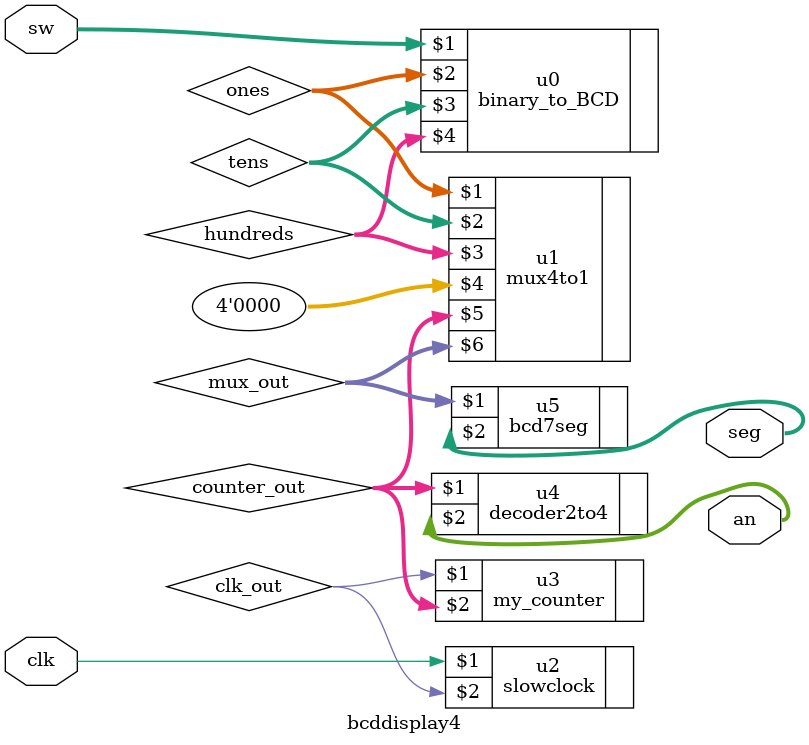
<source format=v>
`timescale 1ns / 1ps


module bcddisplay4(
input clk, 
input [7:0] sw,
output [3:0] an,
output [6:0] seg);
parameter zero = 4'b0000;
wire clk_out;
wire [3:0] mux_out;
wire [1:0] counter_out;
wire [3:0] ones, tens, hundreds;
binary_to_BCD u0(sw, ones, tens, hundreds);
mux4to1 u1(ones, tens, hundreds, zero, counter_out, mux_out);
slowclock u2(clk, clk_out);
my_counter u3(clk_out, counter_out);
decoder2to4 u4(counter_out, an);
bcd7seg u5(mux_out, seg);
endmodule 

</source>
